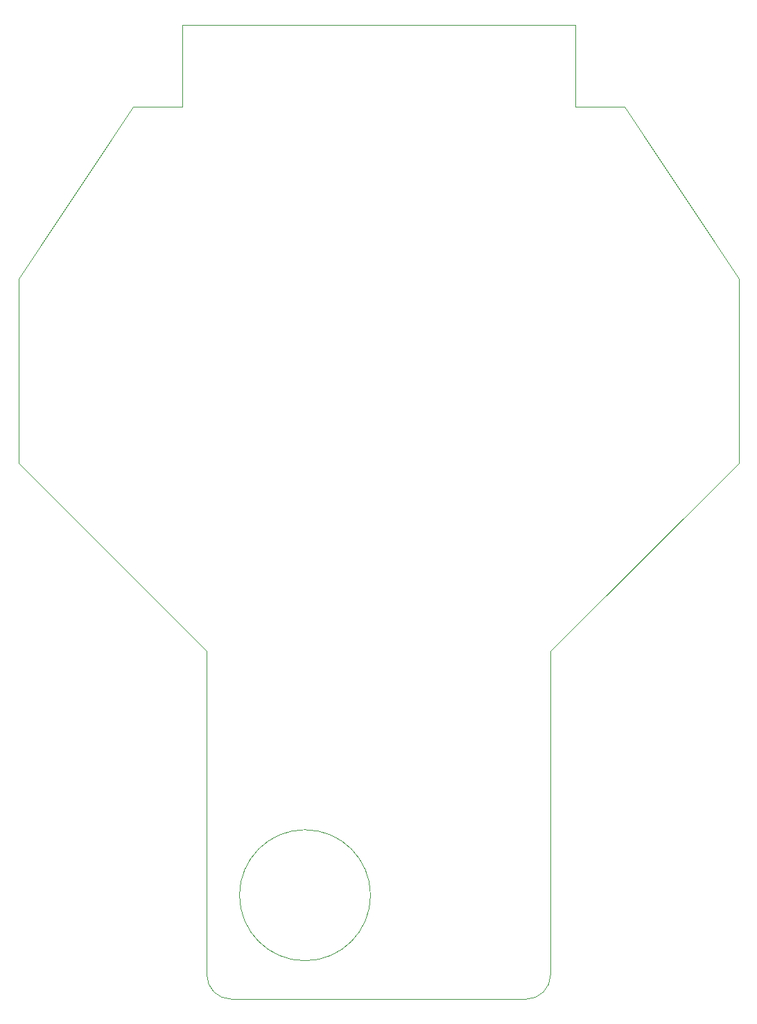
<source format=gbr>
%TF.GenerationSoftware,KiCad,Pcbnew,8.0.6*%
%TF.CreationDate,2024-11-17T22:54:01+09:00*%
%TF.ProjectId,ORION_boost_v5,4f52494f-4e5f-4626-9f6f-73745f76352e,rev?*%
%TF.SameCoordinates,Original*%
%TF.FileFunction,Profile,NP*%
%FSLAX46Y46*%
G04 Gerber Fmt 4.6, Leading zero omitted, Abs format (unit mm)*
G04 Created by KiCad (PCBNEW 8.0.6) date 2024-11-17 22:54:01*
%MOMM*%
%LPD*%
G01*
G04 APERTURE LIST*
%TA.AperFunction,Profile*%
%ADD10C,0.100000*%
%TD*%
G04 APERTURE END LIST*
D10*
X149000000Y-50000000D02*
X155000000Y-50000000D01*
X104000000Y-116500000D02*
X81000000Y-93500000D01*
X155000000Y-50000000D02*
X169000000Y-71000000D01*
X107000000Y-159000000D02*
G75*
G02*
X104000000Y-156000000I0J3000000D01*
G01*
X101000000Y-40000000D02*
X101000000Y-50000000D01*
X149000000Y-40000000D02*
X101000000Y-40000000D01*
X95000000Y-50000000D02*
X101000000Y-50000000D01*
X81000000Y-93500000D02*
X81000000Y-71000000D01*
X169000000Y-93500000D02*
X146000000Y-116500000D01*
X169000000Y-93500000D02*
X169000000Y-71000000D01*
X124000000Y-146300000D02*
G75*
G02*
X108000000Y-146300000I-8000000J0D01*
G01*
X108000000Y-146300000D02*
G75*
G02*
X124000000Y-146300000I8000000J0D01*
G01*
X81000000Y-71000000D02*
X95000000Y-50000000D01*
X146000000Y-156000000D02*
X146000000Y-116500000D01*
X104000000Y-116500000D02*
X104000000Y-156000000D01*
X149000000Y-50000000D02*
X149000000Y-40000000D01*
X107000000Y-159000000D02*
X143000000Y-159000000D01*
X146000000Y-156000000D02*
G75*
G02*
X143000000Y-159000000I-3000000J0D01*
G01*
M02*

</source>
